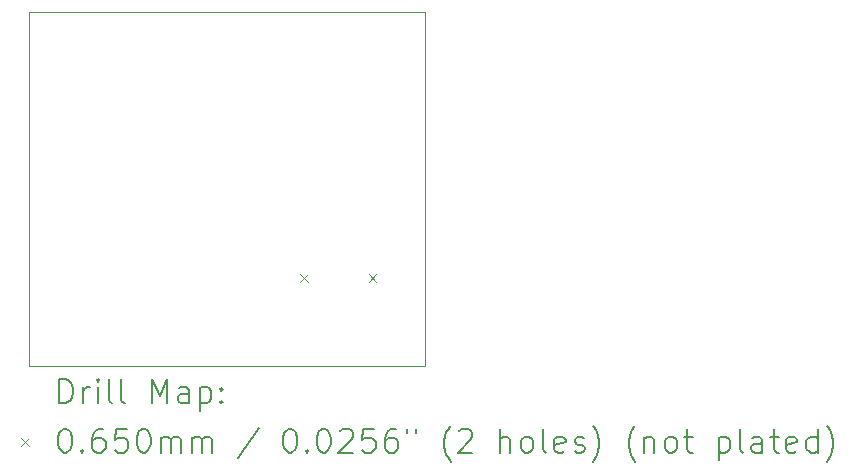
<source format=gbr>
%TF.GenerationSoftware,KiCad,Pcbnew,7.0.9*%
%TF.CreationDate,2024-02-16T12:23:25+01:00*%
%TF.ProjectId,USBussy_Current_Probe,55534275-7373-4795-9f43-757272656e74,1.0*%
%TF.SameCoordinates,Original*%
%TF.FileFunction,Drillmap*%
%TF.FilePolarity,Positive*%
%FSLAX45Y45*%
G04 Gerber Fmt 4.5, Leading zero omitted, Abs format (unit mm)*
G04 Created by KiCad (PCBNEW 7.0.9) date 2024-02-16 12:23:25*
%MOMM*%
%LPD*%
G01*
G04 APERTURE LIST*
%ADD10C,0.100000*%
%ADD11C,0.200000*%
G04 APERTURE END LIST*
D10*
X2908300Y-5803900D02*
X6261100Y-5803900D01*
X6261100Y-8801100D01*
X2908300Y-8801100D01*
X2908300Y-5803900D01*
D11*
D10*
X5203000Y-8025700D02*
X5268000Y-8090700D01*
X5268000Y-8025700D02*
X5203000Y-8090700D01*
X5781000Y-8025700D02*
X5846000Y-8090700D01*
X5846000Y-8025700D02*
X5781000Y-8090700D01*
D11*
X3164077Y-9117584D02*
X3164077Y-8917584D01*
X3164077Y-8917584D02*
X3211696Y-8917584D01*
X3211696Y-8917584D02*
X3240267Y-8927108D01*
X3240267Y-8927108D02*
X3259315Y-8946155D01*
X3259315Y-8946155D02*
X3268839Y-8965203D01*
X3268839Y-8965203D02*
X3278362Y-9003298D01*
X3278362Y-9003298D02*
X3278362Y-9031870D01*
X3278362Y-9031870D02*
X3268839Y-9069965D01*
X3268839Y-9069965D02*
X3259315Y-9089012D01*
X3259315Y-9089012D02*
X3240267Y-9108060D01*
X3240267Y-9108060D02*
X3211696Y-9117584D01*
X3211696Y-9117584D02*
X3164077Y-9117584D01*
X3364077Y-9117584D02*
X3364077Y-8984250D01*
X3364077Y-9022346D02*
X3373601Y-9003298D01*
X3373601Y-9003298D02*
X3383124Y-8993774D01*
X3383124Y-8993774D02*
X3402172Y-8984250D01*
X3402172Y-8984250D02*
X3421220Y-8984250D01*
X3487886Y-9117584D02*
X3487886Y-8984250D01*
X3487886Y-8917584D02*
X3478362Y-8927108D01*
X3478362Y-8927108D02*
X3487886Y-8936631D01*
X3487886Y-8936631D02*
X3497410Y-8927108D01*
X3497410Y-8927108D02*
X3487886Y-8917584D01*
X3487886Y-8917584D02*
X3487886Y-8936631D01*
X3611696Y-9117584D02*
X3592648Y-9108060D01*
X3592648Y-9108060D02*
X3583124Y-9089012D01*
X3583124Y-9089012D02*
X3583124Y-8917584D01*
X3716458Y-9117584D02*
X3697410Y-9108060D01*
X3697410Y-9108060D02*
X3687886Y-9089012D01*
X3687886Y-9089012D02*
X3687886Y-8917584D01*
X3945029Y-9117584D02*
X3945029Y-8917584D01*
X3945029Y-8917584D02*
X4011696Y-9060441D01*
X4011696Y-9060441D02*
X4078362Y-8917584D01*
X4078362Y-8917584D02*
X4078362Y-9117584D01*
X4259315Y-9117584D02*
X4259315Y-9012822D01*
X4259315Y-9012822D02*
X4249791Y-8993774D01*
X4249791Y-8993774D02*
X4230744Y-8984250D01*
X4230744Y-8984250D02*
X4192648Y-8984250D01*
X4192648Y-8984250D02*
X4173601Y-8993774D01*
X4259315Y-9108060D02*
X4240267Y-9117584D01*
X4240267Y-9117584D02*
X4192648Y-9117584D01*
X4192648Y-9117584D02*
X4173601Y-9108060D01*
X4173601Y-9108060D02*
X4164077Y-9089012D01*
X4164077Y-9089012D02*
X4164077Y-9069965D01*
X4164077Y-9069965D02*
X4173601Y-9050917D01*
X4173601Y-9050917D02*
X4192648Y-9041393D01*
X4192648Y-9041393D02*
X4240267Y-9041393D01*
X4240267Y-9041393D02*
X4259315Y-9031870D01*
X4354553Y-8984250D02*
X4354553Y-9184250D01*
X4354553Y-8993774D02*
X4373601Y-8984250D01*
X4373601Y-8984250D02*
X4411696Y-8984250D01*
X4411696Y-8984250D02*
X4430744Y-8993774D01*
X4430744Y-8993774D02*
X4440267Y-9003298D01*
X4440267Y-9003298D02*
X4449791Y-9022346D01*
X4449791Y-9022346D02*
X4449791Y-9079489D01*
X4449791Y-9079489D02*
X4440267Y-9098536D01*
X4440267Y-9098536D02*
X4430744Y-9108060D01*
X4430744Y-9108060D02*
X4411696Y-9117584D01*
X4411696Y-9117584D02*
X4373601Y-9117584D01*
X4373601Y-9117584D02*
X4354553Y-9108060D01*
X4535505Y-9098536D02*
X4545029Y-9108060D01*
X4545029Y-9108060D02*
X4535505Y-9117584D01*
X4535505Y-9117584D02*
X4525982Y-9108060D01*
X4525982Y-9108060D02*
X4535505Y-9098536D01*
X4535505Y-9098536D02*
X4535505Y-9117584D01*
X4535505Y-8993774D02*
X4545029Y-9003298D01*
X4545029Y-9003298D02*
X4535505Y-9012822D01*
X4535505Y-9012822D02*
X4525982Y-9003298D01*
X4525982Y-9003298D02*
X4535505Y-8993774D01*
X4535505Y-8993774D02*
X4535505Y-9012822D01*
D10*
X2838300Y-9413600D02*
X2903300Y-9478600D01*
X2903300Y-9413600D02*
X2838300Y-9478600D01*
D11*
X3202172Y-9337584D02*
X3221220Y-9337584D01*
X3221220Y-9337584D02*
X3240267Y-9347108D01*
X3240267Y-9347108D02*
X3249791Y-9356631D01*
X3249791Y-9356631D02*
X3259315Y-9375679D01*
X3259315Y-9375679D02*
X3268839Y-9413774D01*
X3268839Y-9413774D02*
X3268839Y-9461393D01*
X3268839Y-9461393D02*
X3259315Y-9499489D01*
X3259315Y-9499489D02*
X3249791Y-9518536D01*
X3249791Y-9518536D02*
X3240267Y-9528060D01*
X3240267Y-9528060D02*
X3221220Y-9537584D01*
X3221220Y-9537584D02*
X3202172Y-9537584D01*
X3202172Y-9537584D02*
X3183124Y-9528060D01*
X3183124Y-9528060D02*
X3173601Y-9518536D01*
X3173601Y-9518536D02*
X3164077Y-9499489D01*
X3164077Y-9499489D02*
X3154553Y-9461393D01*
X3154553Y-9461393D02*
X3154553Y-9413774D01*
X3154553Y-9413774D02*
X3164077Y-9375679D01*
X3164077Y-9375679D02*
X3173601Y-9356631D01*
X3173601Y-9356631D02*
X3183124Y-9347108D01*
X3183124Y-9347108D02*
X3202172Y-9337584D01*
X3354553Y-9518536D02*
X3364077Y-9528060D01*
X3364077Y-9528060D02*
X3354553Y-9537584D01*
X3354553Y-9537584D02*
X3345029Y-9528060D01*
X3345029Y-9528060D02*
X3354553Y-9518536D01*
X3354553Y-9518536D02*
X3354553Y-9537584D01*
X3535505Y-9337584D02*
X3497410Y-9337584D01*
X3497410Y-9337584D02*
X3478362Y-9347108D01*
X3478362Y-9347108D02*
X3468839Y-9356631D01*
X3468839Y-9356631D02*
X3449791Y-9385203D01*
X3449791Y-9385203D02*
X3440267Y-9423298D01*
X3440267Y-9423298D02*
X3440267Y-9499489D01*
X3440267Y-9499489D02*
X3449791Y-9518536D01*
X3449791Y-9518536D02*
X3459315Y-9528060D01*
X3459315Y-9528060D02*
X3478362Y-9537584D01*
X3478362Y-9537584D02*
X3516458Y-9537584D01*
X3516458Y-9537584D02*
X3535505Y-9528060D01*
X3535505Y-9528060D02*
X3545029Y-9518536D01*
X3545029Y-9518536D02*
X3554553Y-9499489D01*
X3554553Y-9499489D02*
X3554553Y-9451870D01*
X3554553Y-9451870D02*
X3545029Y-9432822D01*
X3545029Y-9432822D02*
X3535505Y-9423298D01*
X3535505Y-9423298D02*
X3516458Y-9413774D01*
X3516458Y-9413774D02*
X3478362Y-9413774D01*
X3478362Y-9413774D02*
X3459315Y-9423298D01*
X3459315Y-9423298D02*
X3449791Y-9432822D01*
X3449791Y-9432822D02*
X3440267Y-9451870D01*
X3735505Y-9337584D02*
X3640267Y-9337584D01*
X3640267Y-9337584D02*
X3630743Y-9432822D01*
X3630743Y-9432822D02*
X3640267Y-9423298D01*
X3640267Y-9423298D02*
X3659315Y-9413774D01*
X3659315Y-9413774D02*
X3706934Y-9413774D01*
X3706934Y-9413774D02*
X3725982Y-9423298D01*
X3725982Y-9423298D02*
X3735505Y-9432822D01*
X3735505Y-9432822D02*
X3745029Y-9451870D01*
X3745029Y-9451870D02*
X3745029Y-9499489D01*
X3745029Y-9499489D02*
X3735505Y-9518536D01*
X3735505Y-9518536D02*
X3725982Y-9528060D01*
X3725982Y-9528060D02*
X3706934Y-9537584D01*
X3706934Y-9537584D02*
X3659315Y-9537584D01*
X3659315Y-9537584D02*
X3640267Y-9528060D01*
X3640267Y-9528060D02*
X3630743Y-9518536D01*
X3868839Y-9337584D02*
X3887886Y-9337584D01*
X3887886Y-9337584D02*
X3906934Y-9347108D01*
X3906934Y-9347108D02*
X3916458Y-9356631D01*
X3916458Y-9356631D02*
X3925982Y-9375679D01*
X3925982Y-9375679D02*
X3935505Y-9413774D01*
X3935505Y-9413774D02*
X3935505Y-9461393D01*
X3935505Y-9461393D02*
X3925982Y-9499489D01*
X3925982Y-9499489D02*
X3916458Y-9518536D01*
X3916458Y-9518536D02*
X3906934Y-9528060D01*
X3906934Y-9528060D02*
X3887886Y-9537584D01*
X3887886Y-9537584D02*
X3868839Y-9537584D01*
X3868839Y-9537584D02*
X3849791Y-9528060D01*
X3849791Y-9528060D02*
X3840267Y-9518536D01*
X3840267Y-9518536D02*
X3830743Y-9499489D01*
X3830743Y-9499489D02*
X3821220Y-9461393D01*
X3821220Y-9461393D02*
X3821220Y-9413774D01*
X3821220Y-9413774D02*
X3830743Y-9375679D01*
X3830743Y-9375679D02*
X3840267Y-9356631D01*
X3840267Y-9356631D02*
X3849791Y-9347108D01*
X3849791Y-9347108D02*
X3868839Y-9337584D01*
X4021220Y-9537584D02*
X4021220Y-9404250D01*
X4021220Y-9423298D02*
X4030743Y-9413774D01*
X4030743Y-9413774D02*
X4049791Y-9404250D01*
X4049791Y-9404250D02*
X4078363Y-9404250D01*
X4078363Y-9404250D02*
X4097410Y-9413774D01*
X4097410Y-9413774D02*
X4106934Y-9432822D01*
X4106934Y-9432822D02*
X4106934Y-9537584D01*
X4106934Y-9432822D02*
X4116458Y-9413774D01*
X4116458Y-9413774D02*
X4135505Y-9404250D01*
X4135505Y-9404250D02*
X4164077Y-9404250D01*
X4164077Y-9404250D02*
X4183124Y-9413774D01*
X4183124Y-9413774D02*
X4192648Y-9432822D01*
X4192648Y-9432822D02*
X4192648Y-9537584D01*
X4287886Y-9537584D02*
X4287886Y-9404250D01*
X4287886Y-9423298D02*
X4297410Y-9413774D01*
X4297410Y-9413774D02*
X4316458Y-9404250D01*
X4316458Y-9404250D02*
X4345029Y-9404250D01*
X4345029Y-9404250D02*
X4364077Y-9413774D01*
X4364077Y-9413774D02*
X4373601Y-9432822D01*
X4373601Y-9432822D02*
X4373601Y-9537584D01*
X4373601Y-9432822D02*
X4383125Y-9413774D01*
X4383125Y-9413774D02*
X4402172Y-9404250D01*
X4402172Y-9404250D02*
X4430744Y-9404250D01*
X4430744Y-9404250D02*
X4449791Y-9413774D01*
X4449791Y-9413774D02*
X4459315Y-9432822D01*
X4459315Y-9432822D02*
X4459315Y-9537584D01*
X4849791Y-9328060D02*
X4678363Y-9585203D01*
X5106934Y-9337584D02*
X5125982Y-9337584D01*
X5125982Y-9337584D02*
X5145029Y-9347108D01*
X5145029Y-9347108D02*
X5154553Y-9356631D01*
X5154553Y-9356631D02*
X5164077Y-9375679D01*
X5164077Y-9375679D02*
X5173601Y-9413774D01*
X5173601Y-9413774D02*
X5173601Y-9461393D01*
X5173601Y-9461393D02*
X5164077Y-9499489D01*
X5164077Y-9499489D02*
X5154553Y-9518536D01*
X5154553Y-9518536D02*
X5145029Y-9528060D01*
X5145029Y-9528060D02*
X5125982Y-9537584D01*
X5125982Y-9537584D02*
X5106934Y-9537584D01*
X5106934Y-9537584D02*
X5087887Y-9528060D01*
X5087887Y-9528060D02*
X5078363Y-9518536D01*
X5078363Y-9518536D02*
X5068839Y-9499489D01*
X5068839Y-9499489D02*
X5059315Y-9461393D01*
X5059315Y-9461393D02*
X5059315Y-9413774D01*
X5059315Y-9413774D02*
X5068839Y-9375679D01*
X5068839Y-9375679D02*
X5078363Y-9356631D01*
X5078363Y-9356631D02*
X5087887Y-9347108D01*
X5087887Y-9347108D02*
X5106934Y-9337584D01*
X5259315Y-9518536D02*
X5268839Y-9528060D01*
X5268839Y-9528060D02*
X5259315Y-9537584D01*
X5259315Y-9537584D02*
X5249791Y-9528060D01*
X5249791Y-9528060D02*
X5259315Y-9518536D01*
X5259315Y-9518536D02*
X5259315Y-9537584D01*
X5392648Y-9337584D02*
X5411696Y-9337584D01*
X5411696Y-9337584D02*
X5430744Y-9347108D01*
X5430744Y-9347108D02*
X5440268Y-9356631D01*
X5440268Y-9356631D02*
X5449791Y-9375679D01*
X5449791Y-9375679D02*
X5459315Y-9413774D01*
X5459315Y-9413774D02*
X5459315Y-9461393D01*
X5459315Y-9461393D02*
X5449791Y-9499489D01*
X5449791Y-9499489D02*
X5440268Y-9518536D01*
X5440268Y-9518536D02*
X5430744Y-9528060D01*
X5430744Y-9528060D02*
X5411696Y-9537584D01*
X5411696Y-9537584D02*
X5392648Y-9537584D01*
X5392648Y-9537584D02*
X5373601Y-9528060D01*
X5373601Y-9528060D02*
X5364077Y-9518536D01*
X5364077Y-9518536D02*
X5354553Y-9499489D01*
X5354553Y-9499489D02*
X5345029Y-9461393D01*
X5345029Y-9461393D02*
X5345029Y-9413774D01*
X5345029Y-9413774D02*
X5354553Y-9375679D01*
X5354553Y-9375679D02*
X5364077Y-9356631D01*
X5364077Y-9356631D02*
X5373601Y-9347108D01*
X5373601Y-9347108D02*
X5392648Y-9337584D01*
X5535506Y-9356631D02*
X5545029Y-9347108D01*
X5545029Y-9347108D02*
X5564077Y-9337584D01*
X5564077Y-9337584D02*
X5611696Y-9337584D01*
X5611696Y-9337584D02*
X5630744Y-9347108D01*
X5630744Y-9347108D02*
X5640267Y-9356631D01*
X5640267Y-9356631D02*
X5649791Y-9375679D01*
X5649791Y-9375679D02*
X5649791Y-9394727D01*
X5649791Y-9394727D02*
X5640267Y-9423298D01*
X5640267Y-9423298D02*
X5525982Y-9537584D01*
X5525982Y-9537584D02*
X5649791Y-9537584D01*
X5830744Y-9337584D02*
X5735506Y-9337584D01*
X5735506Y-9337584D02*
X5725982Y-9432822D01*
X5725982Y-9432822D02*
X5735506Y-9423298D01*
X5735506Y-9423298D02*
X5754553Y-9413774D01*
X5754553Y-9413774D02*
X5802172Y-9413774D01*
X5802172Y-9413774D02*
X5821220Y-9423298D01*
X5821220Y-9423298D02*
X5830744Y-9432822D01*
X5830744Y-9432822D02*
X5840267Y-9451870D01*
X5840267Y-9451870D02*
X5840267Y-9499489D01*
X5840267Y-9499489D02*
X5830744Y-9518536D01*
X5830744Y-9518536D02*
X5821220Y-9528060D01*
X5821220Y-9528060D02*
X5802172Y-9537584D01*
X5802172Y-9537584D02*
X5754553Y-9537584D01*
X5754553Y-9537584D02*
X5735506Y-9528060D01*
X5735506Y-9528060D02*
X5725982Y-9518536D01*
X6011696Y-9337584D02*
X5973601Y-9337584D01*
X5973601Y-9337584D02*
X5954553Y-9347108D01*
X5954553Y-9347108D02*
X5945029Y-9356631D01*
X5945029Y-9356631D02*
X5925982Y-9385203D01*
X5925982Y-9385203D02*
X5916458Y-9423298D01*
X5916458Y-9423298D02*
X5916458Y-9499489D01*
X5916458Y-9499489D02*
X5925982Y-9518536D01*
X5925982Y-9518536D02*
X5935506Y-9528060D01*
X5935506Y-9528060D02*
X5954553Y-9537584D01*
X5954553Y-9537584D02*
X5992648Y-9537584D01*
X5992648Y-9537584D02*
X6011696Y-9528060D01*
X6011696Y-9528060D02*
X6021220Y-9518536D01*
X6021220Y-9518536D02*
X6030744Y-9499489D01*
X6030744Y-9499489D02*
X6030744Y-9451870D01*
X6030744Y-9451870D02*
X6021220Y-9432822D01*
X6021220Y-9432822D02*
X6011696Y-9423298D01*
X6011696Y-9423298D02*
X5992648Y-9413774D01*
X5992648Y-9413774D02*
X5954553Y-9413774D01*
X5954553Y-9413774D02*
X5935506Y-9423298D01*
X5935506Y-9423298D02*
X5925982Y-9432822D01*
X5925982Y-9432822D02*
X5916458Y-9451870D01*
X6106934Y-9337584D02*
X6106934Y-9375679D01*
X6183125Y-9337584D02*
X6183125Y-9375679D01*
X6478363Y-9613774D02*
X6468839Y-9604250D01*
X6468839Y-9604250D02*
X6449791Y-9575679D01*
X6449791Y-9575679D02*
X6440268Y-9556631D01*
X6440268Y-9556631D02*
X6430744Y-9528060D01*
X6430744Y-9528060D02*
X6421220Y-9480441D01*
X6421220Y-9480441D02*
X6421220Y-9442346D01*
X6421220Y-9442346D02*
X6430744Y-9394727D01*
X6430744Y-9394727D02*
X6440268Y-9366155D01*
X6440268Y-9366155D02*
X6449791Y-9347108D01*
X6449791Y-9347108D02*
X6468839Y-9318536D01*
X6468839Y-9318536D02*
X6478363Y-9309012D01*
X6545029Y-9356631D02*
X6554553Y-9347108D01*
X6554553Y-9347108D02*
X6573601Y-9337584D01*
X6573601Y-9337584D02*
X6621220Y-9337584D01*
X6621220Y-9337584D02*
X6640268Y-9347108D01*
X6640268Y-9347108D02*
X6649791Y-9356631D01*
X6649791Y-9356631D02*
X6659315Y-9375679D01*
X6659315Y-9375679D02*
X6659315Y-9394727D01*
X6659315Y-9394727D02*
X6649791Y-9423298D01*
X6649791Y-9423298D02*
X6535506Y-9537584D01*
X6535506Y-9537584D02*
X6659315Y-9537584D01*
X6897410Y-9537584D02*
X6897410Y-9337584D01*
X6983125Y-9537584D02*
X6983125Y-9432822D01*
X6983125Y-9432822D02*
X6973601Y-9413774D01*
X6973601Y-9413774D02*
X6954553Y-9404250D01*
X6954553Y-9404250D02*
X6925982Y-9404250D01*
X6925982Y-9404250D02*
X6906934Y-9413774D01*
X6906934Y-9413774D02*
X6897410Y-9423298D01*
X7106934Y-9537584D02*
X7087887Y-9528060D01*
X7087887Y-9528060D02*
X7078363Y-9518536D01*
X7078363Y-9518536D02*
X7068839Y-9499489D01*
X7068839Y-9499489D02*
X7068839Y-9442346D01*
X7068839Y-9442346D02*
X7078363Y-9423298D01*
X7078363Y-9423298D02*
X7087887Y-9413774D01*
X7087887Y-9413774D02*
X7106934Y-9404250D01*
X7106934Y-9404250D02*
X7135506Y-9404250D01*
X7135506Y-9404250D02*
X7154553Y-9413774D01*
X7154553Y-9413774D02*
X7164077Y-9423298D01*
X7164077Y-9423298D02*
X7173601Y-9442346D01*
X7173601Y-9442346D02*
X7173601Y-9499489D01*
X7173601Y-9499489D02*
X7164077Y-9518536D01*
X7164077Y-9518536D02*
X7154553Y-9528060D01*
X7154553Y-9528060D02*
X7135506Y-9537584D01*
X7135506Y-9537584D02*
X7106934Y-9537584D01*
X7287887Y-9537584D02*
X7268839Y-9528060D01*
X7268839Y-9528060D02*
X7259315Y-9509012D01*
X7259315Y-9509012D02*
X7259315Y-9337584D01*
X7440268Y-9528060D02*
X7421220Y-9537584D01*
X7421220Y-9537584D02*
X7383125Y-9537584D01*
X7383125Y-9537584D02*
X7364077Y-9528060D01*
X7364077Y-9528060D02*
X7354553Y-9509012D01*
X7354553Y-9509012D02*
X7354553Y-9432822D01*
X7354553Y-9432822D02*
X7364077Y-9413774D01*
X7364077Y-9413774D02*
X7383125Y-9404250D01*
X7383125Y-9404250D02*
X7421220Y-9404250D01*
X7421220Y-9404250D02*
X7440268Y-9413774D01*
X7440268Y-9413774D02*
X7449791Y-9432822D01*
X7449791Y-9432822D02*
X7449791Y-9451870D01*
X7449791Y-9451870D02*
X7354553Y-9470917D01*
X7525982Y-9528060D02*
X7545030Y-9537584D01*
X7545030Y-9537584D02*
X7583125Y-9537584D01*
X7583125Y-9537584D02*
X7602172Y-9528060D01*
X7602172Y-9528060D02*
X7611696Y-9509012D01*
X7611696Y-9509012D02*
X7611696Y-9499489D01*
X7611696Y-9499489D02*
X7602172Y-9480441D01*
X7602172Y-9480441D02*
X7583125Y-9470917D01*
X7583125Y-9470917D02*
X7554553Y-9470917D01*
X7554553Y-9470917D02*
X7535506Y-9461393D01*
X7535506Y-9461393D02*
X7525982Y-9442346D01*
X7525982Y-9442346D02*
X7525982Y-9432822D01*
X7525982Y-9432822D02*
X7535506Y-9413774D01*
X7535506Y-9413774D02*
X7554553Y-9404250D01*
X7554553Y-9404250D02*
X7583125Y-9404250D01*
X7583125Y-9404250D02*
X7602172Y-9413774D01*
X7678363Y-9613774D02*
X7687887Y-9604250D01*
X7687887Y-9604250D02*
X7706934Y-9575679D01*
X7706934Y-9575679D02*
X7716458Y-9556631D01*
X7716458Y-9556631D02*
X7725982Y-9528060D01*
X7725982Y-9528060D02*
X7735506Y-9480441D01*
X7735506Y-9480441D02*
X7735506Y-9442346D01*
X7735506Y-9442346D02*
X7725982Y-9394727D01*
X7725982Y-9394727D02*
X7716458Y-9366155D01*
X7716458Y-9366155D02*
X7706934Y-9347108D01*
X7706934Y-9347108D02*
X7687887Y-9318536D01*
X7687887Y-9318536D02*
X7678363Y-9309012D01*
X8040268Y-9613774D02*
X8030744Y-9604250D01*
X8030744Y-9604250D02*
X8011696Y-9575679D01*
X8011696Y-9575679D02*
X8002172Y-9556631D01*
X8002172Y-9556631D02*
X7992649Y-9528060D01*
X7992649Y-9528060D02*
X7983125Y-9480441D01*
X7983125Y-9480441D02*
X7983125Y-9442346D01*
X7983125Y-9442346D02*
X7992649Y-9394727D01*
X7992649Y-9394727D02*
X8002172Y-9366155D01*
X8002172Y-9366155D02*
X8011696Y-9347108D01*
X8011696Y-9347108D02*
X8030744Y-9318536D01*
X8030744Y-9318536D02*
X8040268Y-9309012D01*
X8116458Y-9404250D02*
X8116458Y-9537584D01*
X8116458Y-9423298D02*
X8125982Y-9413774D01*
X8125982Y-9413774D02*
X8145030Y-9404250D01*
X8145030Y-9404250D02*
X8173601Y-9404250D01*
X8173601Y-9404250D02*
X8192649Y-9413774D01*
X8192649Y-9413774D02*
X8202172Y-9432822D01*
X8202172Y-9432822D02*
X8202172Y-9537584D01*
X8325982Y-9537584D02*
X8306934Y-9528060D01*
X8306934Y-9528060D02*
X8297411Y-9518536D01*
X8297411Y-9518536D02*
X8287887Y-9499489D01*
X8287887Y-9499489D02*
X8287887Y-9442346D01*
X8287887Y-9442346D02*
X8297411Y-9423298D01*
X8297411Y-9423298D02*
X8306934Y-9413774D01*
X8306934Y-9413774D02*
X8325982Y-9404250D01*
X8325982Y-9404250D02*
X8354553Y-9404250D01*
X8354553Y-9404250D02*
X8373601Y-9413774D01*
X8373601Y-9413774D02*
X8383125Y-9423298D01*
X8383125Y-9423298D02*
X8392649Y-9442346D01*
X8392649Y-9442346D02*
X8392649Y-9499489D01*
X8392649Y-9499489D02*
X8383125Y-9518536D01*
X8383125Y-9518536D02*
X8373601Y-9528060D01*
X8373601Y-9528060D02*
X8354553Y-9537584D01*
X8354553Y-9537584D02*
X8325982Y-9537584D01*
X8449792Y-9404250D02*
X8525982Y-9404250D01*
X8478363Y-9337584D02*
X8478363Y-9509012D01*
X8478363Y-9509012D02*
X8487887Y-9528060D01*
X8487887Y-9528060D02*
X8506934Y-9537584D01*
X8506934Y-9537584D02*
X8525982Y-9537584D01*
X8745030Y-9404250D02*
X8745030Y-9604250D01*
X8745030Y-9413774D02*
X8764077Y-9404250D01*
X8764077Y-9404250D02*
X8802173Y-9404250D01*
X8802173Y-9404250D02*
X8821220Y-9413774D01*
X8821220Y-9413774D02*
X8830744Y-9423298D01*
X8830744Y-9423298D02*
X8840268Y-9442346D01*
X8840268Y-9442346D02*
X8840268Y-9499489D01*
X8840268Y-9499489D02*
X8830744Y-9518536D01*
X8830744Y-9518536D02*
X8821220Y-9528060D01*
X8821220Y-9528060D02*
X8802173Y-9537584D01*
X8802173Y-9537584D02*
X8764077Y-9537584D01*
X8764077Y-9537584D02*
X8745030Y-9528060D01*
X8954554Y-9537584D02*
X8935506Y-9528060D01*
X8935506Y-9528060D02*
X8925982Y-9509012D01*
X8925982Y-9509012D02*
X8925982Y-9337584D01*
X9116458Y-9537584D02*
X9116458Y-9432822D01*
X9116458Y-9432822D02*
X9106935Y-9413774D01*
X9106935Y-9413774D02*
X9087887Y-9404250D01*
X9087887Y-9404250D02*
X9049792Y-9404250D01*
X9049792Y-9404250D02*
X9030744Y-9413774D01*
X9116458Y-9528060D02*
X9097411Y-9537584D01*
X9097411Y-9537584D02*
X9049792Y-9537584D01*
X9049792Y-9537584D02*
X9030744Y-9528060D01*
X9030744Y-9528060D02*
X9021220Y-9509012D01*
X9021220Y-9509012D02*
X9021220Y-9489965D01*
X9021220Y-9489965D02*
X9030744Y-9470917D01*
X9030744Y-9470917D02*
X9049792Y-9461393D01*
X9049792Y-9461393D02*
X9097411Y-9461393D01*
X9097411Y-9461393D02*
X9116458Y-9451870D01*
X9183125Y-9404250D02*
X9259315Y-9404250D01*
X9211696Y-9337584D02*
X9211696Y-9509012D01*
X9211696Y-9509012D02*
X9221220Y-9528060D01*
X9221220Y-9528060D02*
X9240268Y-9537584D01*
X9240268Y-9537584D02*
X9259315Y-9537584D01*
X9402173Y-9528060D02*
X9383125Y-9537584D01*
X9383125Y-9537584D02*
X9345030Y-9537584D01*
X9345030Y-9537584D02*
X9325982Y-9528060D01*
X9325982Y-9528060D02*
X9316458Y-9509012D01*
X9316458Y-9509012D02*
X9316458Y-9432822D01*
X9316458Y-9432822D02*
X9325982Y-9413774D01*
X9325982Y-9413774D02*
X9345030Y-9404250D01*
X9345030Y-9404250D02*
X9383125Y-9404250D01*
X9383125Y-9404250D02*
X9402173Y-9413774D01*
X9402173Y-9413774D02*
X9411696Y-9432822D01*
X9411696Y-9432822D02*
X9411696Y-9451870D01*
X9411696Y-9451870D02*
X9316458Y-9470917D01*
X9583125Y-9537584D02*
X9583125Y-9337584D01*
X9583125Y-9528060D02*
X9564077Y-9537584D01*
X9564077Y-9537584D02*
X9525982Y-9537584D01*
X9525982Y-9537584D02*
X9506935Y-9528060D01*
X9506935Y-9528060D02*
X9497411Y-9518536D01*
X9497411Y-9518536D02*
X9487887Y-9499489D01*
X9487887Y-9499489D02*
X9487887Y-9442346D01*
X9487887Y-9442346D02*
X9497411Y-9423298D01*
X9497411Y-9423298D02*
X9506935Y-9413774D01*
X9506935Y-9413774D02*
X9525982Y-9404250D01*
X9525982Y-9404250D02*
X9564077Y-9404250D01*
X9564077Y-9404250D02*
X9583125Y-9413774D01*
X9659316Y-9613774D02*
X9668839Y-9604250D01*
X9668839Y-9604250D02*
X9687887Y-9575679D01*
X9687887Y-9575679D02*
X9697411Y-9556631D01*
X9697411Y-9556631D02*
X9706935Y-9528060D01*
X9706935Y-9528060D02*
X9716458Y-9480441D01*
X9716458Y-9480441D02*
X9716458Y-9442346D01*
X9716458Y-9442346D02*
X9706935Y-9394727D01*
X9706935Y-9394727D02*
X9697411Y-9366155D01*
X9697411Y-9366155D02*
X9687887Y-9347108D01*
X9687887Y-9347108D02*
X9668839Y-9318536D01*
X9668839Y-9318536D02*
X9659316Y-9309012D01*
M02*

</source>
